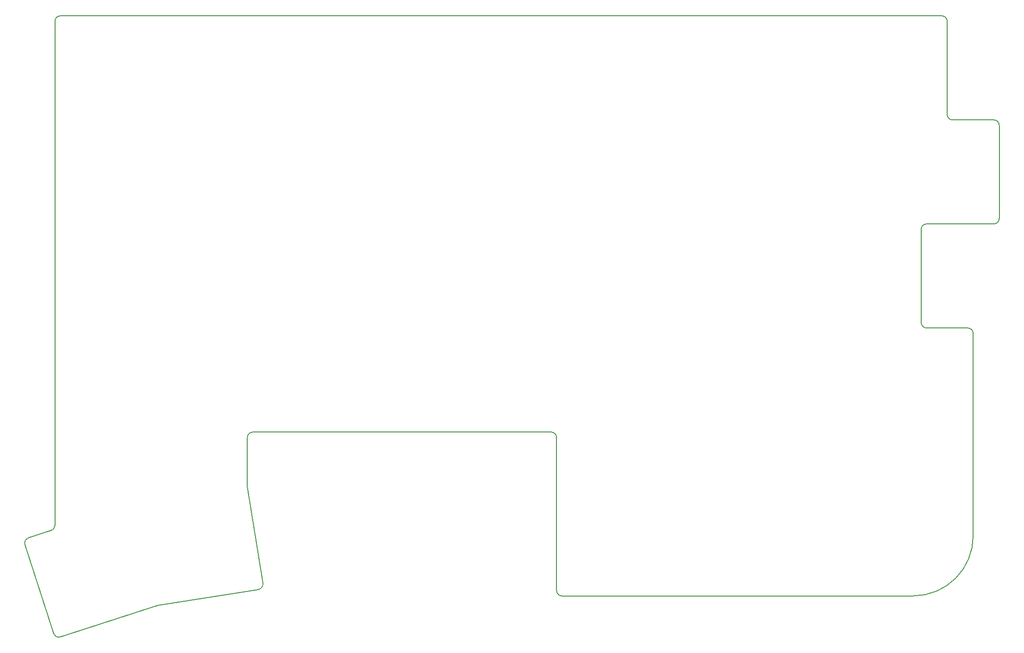
<source format=gm1>
%TF.GenerationSoftware,KiCad,Pcbnew,7.0.10*%
%TF.CreationDate,2024-02-19T14:08:03+09:00*%
%TF.ProjectId,keyball-row-staggered-right,6b657962-616c-46c2-9d72-6f772d737461,rev?*%
%TF.SameCoordinates,Original*%
%TF.FileFunction,Profile,NP*%
%FSLAX46Y46*%
G04 Gerber Fmt 4.6, Leading zero omitted, Abs format (unit mm)*
G04 Created by KiCad (PCBNEW 7.0.10) date 2024-02-19 14:08:03*
%MOMM*%
%LPD*%
G01*
G04 APERTURE LIST*
%TA.AperFunction,Profile*%
%ADD10C,0.200000*%
%TD*%
G04 APERTURE END LIST*
D10*
X208550270Y-38093497D02*
X47361870Y-38093497D01*
X138112770Y-115299015D02*
X138112770Y-143298939D01*
X203313636Y-144293870D02*
G75*
G03*
X214312770Y-133293884I-836J10999970D01*
G01*
X139112849Y-144298939D02*
X203313636Y-144293884D01*
X82561324Y-114299007D02*
X137112770Y-114299015D01*
X205787770Y-76193496D02*
X218075270Y-76193498D01*
X209550300Y-56143500D02*
G75*
G03*
X210550270Y-57143500I1000000J0D01*
G01*
X209550270Y-56143500D02*
X209550270Y-39093497D01*
X205787770Y-76193470D02*
G75*
G03*
X204787770Y-77193496I30J-1000030D01*
G01*
X209550303Y-39093497D02*
G75*
G03*
X208550270Y-38093497I-1000003J-3D01*
G01*
X204787802Y-94243498D02*
G75*
G03*
X205787770Y-95243498I999998J-2D01*
G01*
X218075270Y-76193470D02*
G75*
G03*
X219075270Y-75193498I30J999970D01*
G01*
X46149873Y-151156759D02*
G75*
G03*
X47409644Y-151798897I951027J308959D01*
G01*
X219075303Y-58143497D02*
G75*
G03*
X218075270Y-57143497I-1000003J-3D01*
G01*
X65162981Y-146035718D02*
X83553713Y-143122912D01*
X46361870Y-39093497D02*
X46361870Y-131382126D01*
X214312770Y-133293884D02*
X214312770Y-96243496D01*
X214312804Y-96243496D02*
G75*
G03*
X213312770Y-95243496I-1000004J-4D01*
G01*
X84384966Y-141978790D02*
X81561324Y-124151017D01*
X81561324Y-124151017D02*
X81561324Y-115299007D01*
X138112761Y-143298939D02*
G75*
G03*
X139112849Y-144298939I999939J-61D01*
G01*
X82561324Y-114299024D02*
G75*
G03*
X81561324Y-115299007I-24J-999976D01*
G01*
X47361870Y-38093470D02*
G75*
G03*
X46361870Y-39093497I30J-1000030D01*
G01*
X219075270Y-75193498D02*
X219075270Y-58143497D01*
X45670893Y-132333181D02*
X41523034Y-133680928D01*
X213312770Y-95243496D02*
X205787770Y-95243498D01*
X41523032Y-133680922D02*
G75*
G03*
X40881000Y-134941000I309068J-951078D01*
G01*
X40881000Y-134941000D02*
X46149824Y-151156775D01*
X204787770Y-94243498D02*
X204787770Y-77193496D01*
X45670900Y-132333203D02*
G75*
G03*
X46361870Y-131382126I-309100J951103D01*
G01*
X138112785Y-115299015D02*
G75*
G03*
X137112770Y-114299015I-999985J15D01*
G01*
X218075270Y-57143497D02*
X210550270Y-57143500D01*
X83553719Y-143122948D02*
G75*
G03*
X84384965Y-141978790I-156519J987748D01*
G01*
X47409644Y-151798897D02*
X65162981Y-146035718D01*
M02*

</source>
